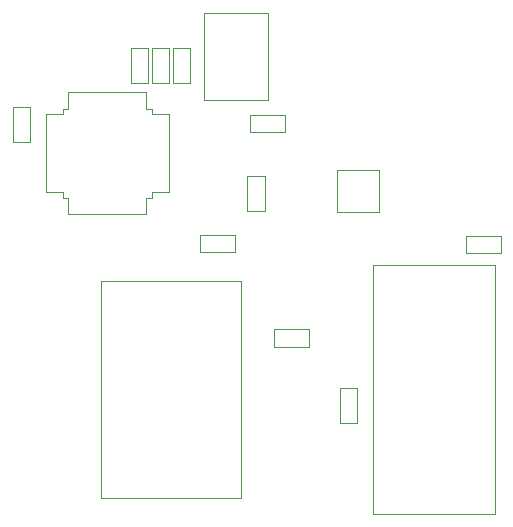
<source format=gbr>
G04 #@! TF.GenerationSoftware,KiCad,Pcbnew,(6.0.8)*
G04 #@! TF.CreationDate,2022-12-27T12:07:26-05:00*
G04 #@! TF.ProjectId,mbc30flash,6d626333-3066-46c6-9173-682e6b696361,rev?*
G04 #@! TF.SameCoordinates,Original*
G04 #@! TF.FileFunction,Other,User*
%FSLAX46Y46*%
G04 Gerber Fmt 4.6, Leading zero omitted, Abs format (unit mm)*
G04 Created by KiCad (PCBNEW (6.0.8)) date 2022-12-27 12:07:26*
%MOMM*%
%LPD*%
G01*
G04 APERTURE LIST*
%ADD10C,0.050000*%
G04 APERTURE END LIST*
D10*
X107314000Y-96394000D02*
X104354000Y-96394000D01*
X107314000Y-94934000D02*
X107314000Y-96394000D01*
X104354000Y-94934000D02*
X107314000Y-94934000D01*
X104354000Y-96394000D02*
X104354000Y-94934000D01*
X95130000Y-110817500D02*
X93670000Y-110817500D01*
X93670000Y-107857500D02*
X95130000Y-107857500D01*
X93670000Y-110817500D02*
X93670000Y-107857500D01*
X95130000Y-107857500D02*
X95130000Y-110817500D01*
X75996500Y-79043100D02*
X77456500Y-79043100D01*
X75996500Y-82003100D02*
X75996500Y-79043100D01*
X77456500Y-79043100D02*
X77456500Y-82003100D01*
X77456500Y-82003100D02*
X75996500Y-82003100D01*
X77782200Y-82003100D02*
X77782200Y-79043100D01*
X79242200Y-82003100D02*
X77782200Y-82003100D01*
X77782200Y-79043100D02*
X79242200Y-79043100D01*
X79242200Y-79043100D02*
X79242200Y-82003100D01*
X85870000Y-92861600D02*
X85870000Y-89901600D01*
X85870000Y-89901600D02*
X87330000Y-89901600D01*
X87330000Y-89901600D02*
X87330000Y-92861600D01*
X87330000Y-92861600D02*
X85870000Y-92861600D01*
X91067500Y-104330000D02*
X88107500Y-104330000D01*
X88107500Y-104330000D02*
X88107500Y-102870000D01*
X88107500Y-102870000D02*
X91067500Y-102870000D01*
X91067500Y-102870000D02*
X91067500Y-104330000D01*
X86117800Y-86201000D02*
X86117800Y-84741000D01*
X89077800Y-84741000D02*
X89077800Y-86201000D01*
X86117800Y-84741000D02*
X89077800Y-84741000D01*
X89077800Y-86201000D02*
X86117800Y-86201000D01*
X106831000Y-118520000D02*
X96531000Y-118520000D01*
X96531000Y-97420000D02*
X106831000Y-97420000D01*
X96531000Y-118520000D02*
X96531000Y-97420000D01*
X106831000Y-97420000D02*
X106831000Y-118520000D01*
X81032200Y-82003100D02*
X79572200Y-82003100D01*
X79572200Y-79043100D02*
X81032200Y-79043100D01*
X79572200Y-82003100D02*
X79572200Y-79043100D01*
X81032200Y-79043100D02*
X81032200Y-82003100D01*
X82205300Y-83448400D02*
X87605300Y-83448400D01*
X87605300Y-83448400D02*
X87605300Y-76048400D01*
X87605300Y-76048400D02*
X82205300Y-76048400D01*
X82205300Y-76048400D02*
X82205300Y-83448400D01*
X85320400Y-117170000D02*
X85320400Y-98770000D01*
X73460400Y-117170000D02*
X85320400Y-117170000D01*
X85320400Y-98770000D02*
X73460400Y-98770000D01*
X73460400Y-98770000D02*
X73460400Y-117170000D01*
X97020000Y-89390000D02*
X93470000Y-89390000D01*
X97020000Y-89390000D02*
X97020000Y-92910000D01*
X93470000Y-92910000D02*
X93470000Y-89390000D01*
X93470000Y-92910000D02*
X97020000Y-92910000D01*
X65983100Y-84054500D02*
X67443100Y-84054500D01*
X67443100Y-87014500D02*
X65983100Y-87014500D01*
X65983100Y-87014500D02*
X65983100Y-84054500D01*
X67443100Y-84054500D02*
X67443100Y-87014500D01*
X70263100Y-91262700D02*
X70263100Y-91712700D01*
X77313100Y-91712700D02*
X77313100Y-93142700D01*
X79193100Y-87962700D02*
X79193100Y-84662700D01*
X70263100Y-84212700D02*
X70713100Y-84212700D01*
X77313100Y-93142700D02*
X74013100Y-93142700D01*
X77763100Y-84212700D02*
X77313100Y-84212700D01*
X79193100Y-91262700D02*
X77763100Y-91262700D01*
X77313100Y-82782700D02*
X74013100Y-82782700D01*
X70263100Y-91712700D02*
X70713100Y-91712700D01*
X77763100Y-91712700D02*
X77313100Y-91712700D01*
X70713100Y-82782700D02*
X74013100Y-82782700D01*
X68833100Y-87962700D02*
X68833100Y-84662700D01*
X70713100Y-84212700D02*
X70713100Y-82782700D01*
X79193100Y-84662700D02*
X77763100Y-84662700D01*
X79193100Y-87962700D02*
X79193100Y-91262700D01*
X68833100Y-91262700D02*
X70263100Y-91262700D01*
X68833100Y-84662700D02*
X70263100Y-84662700D01*
X77763100Y-91262700D02*
X77763100Y-91712700D01*
X77313100Y-84212700D02*
X77313100Y-82782700D01*
X68833100Y-87962700D02*
X68833100Y-91262700D01*
X70713100Y-91712700D02*
X70713100Y-93142700D01*
X70263100Y-84662700D02*
X70263100Y-84212700D01*
X70713100Y-93142700D02*
X74013100Y-93142700D01*
X77763100Y-84662700D02*
X77763100Y-84212700D01*
X84792000Y-94878100D02*
X84792000Y-96338100D01*
X81832000Y-96338100D02*
X81832000Y-94878100D01*
X81832000Y-94878100D02*
X84792000Y-94878100D01*
X84792000Y-96338100D02*
X81832000Y-96338100D01*
M02*

</source>
